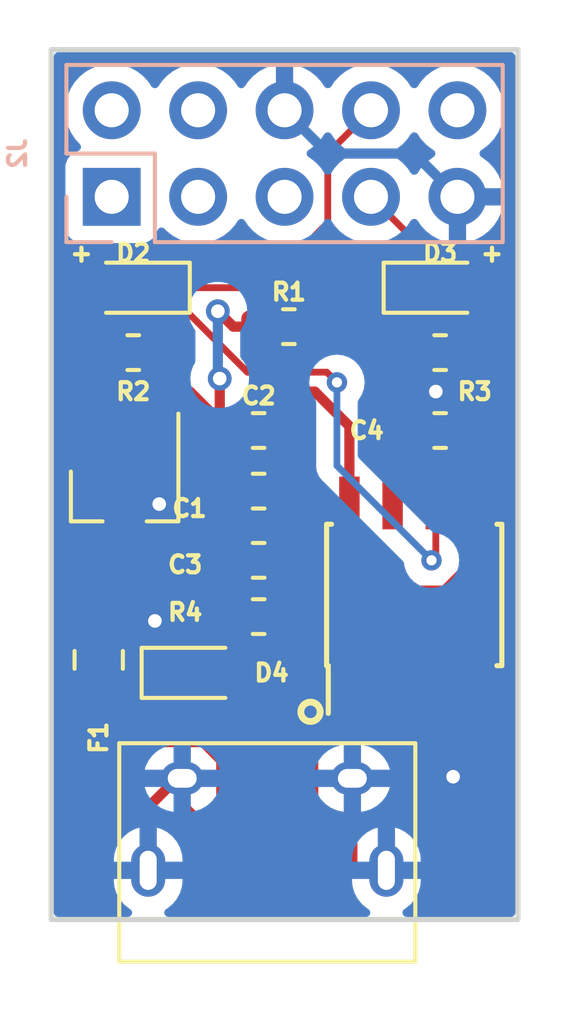
<source format=kicad_pcb>
(kicad_pcb (version 20221018) (generator pcbnew)
  (layers (0 "F.Cu" signal) (31 "B.Cu" signal) (34 "B.Paste" user) (35 "F.Paste" user) (36 "B.SilkS" user "B.Silkscreen") (37 "F.SilkS" user "F.Silkscreen") (38 "B.Mask" user) (39 "F.Mask" user) (44 "Edge.Cuts" user))
  (net 0 "")
  (net 1 "VBUS")
  (net 2 "Net-(F1-Pad2)")
  (net 3 "+3V3")
  (net 4 "Net-(D3-Pad1)")
  (net 5 "Net-(D2-Pad2)")
  (net 6 "Net-(D3-Pad2)")
  (net 7 "Net-(D4-Pad2)")
  (net 8 "GND")
  (net 9 "/D+")
  (net 10 "/D-")
  (net 11 "Net-(U1-Pad4)")
  (net 12 "Net-(D2-Pad1)")
  (net 13 "Net-(J2-Pad1)")
  (net 14 "Net-(J2-Pad2)")
  (net 15 "Net-(J2-Pad3)")
  (net 16 "Net-(J2-Pad4)")
  (net 17 "Net-(J2-Pad5)")
  (net 18 "Net-(J2-Pad10)")
  (footprint "Capacitor_SMD:C_0603_1608Metric_Pad1.05x0.95mm_HandSolder" (layer "F.Cu") (at 126.619 54.356 180)
    (fp_text reference "C3" (at 2.159 -0.127 180) (layer "F.SilkS") (effects (font (size 0.5 0.5) (thickness 0.125))))
    (fp_text value "0.1uF")
    (fp_line (start -0.171267 -0.51) (end 0.171267 -0.51) (stroke (width 0.12)) (layer "F.SilkS"))
    (fp_line (start -0.171267 0.51) (end 0.171267 0.51) (stroke (width 0.12)) (layer "F.SilkS"))
    (pad "1" smd roundrect (at -0.875 0 180) (size 1.05 0.95) (layers "F.Cu" "F.Paste" "F.Mask") (net 3 "+3V3"))
    (pad "2" smd roundrect (at 0.875 0 180) (size 1.05 0.95) (layers "F.Cu" "F.Paste" "F.Mask") (net 8 "GND"))
  )
  (footprint "Resistor_SMD:R_0805_2012Metric_Pad1.15x1.40mm_HandSolder" (layer "F.Cu") (at 121.92 57.277 -90)
    (fp_text reference "F1" (at 2.286 0 270) (layer "F.SilkS") (effects (font (size 0.5 0.5) (thickness 0.125))))
    (fp_text value "1R, 5W")
    (fp_line (start -0.261252 -0.71) (end 0.261252 -0.71) (stroke (width 0.12)) (layer "F.SilkS"))
    (fp_line (start -0.261252 0.71) (end 0.261252 0.71) (stroke (width 0.12)) (layer "F.SilkS"))
    (pad "1" smd roundrect (at -1.025 0 270) (size 1.15 1.4) (layers "F.Cu" "F.Paste" "F.Mask") (roundrect_rratio 0.217391) (net 1 "VBUS"))
    (pad "2" smd roundrect (at 1.025 0 270) (size 1.15 1.4) (layers "F.Cu" "F.Paste" "F.Mask") (roundrect_rratio 0.217391) (net 2 "Net-(F1-Pad2)"))
  )
  (footprint "Resistor_SMD:R_0603_1608Metric_Pad1.05x0.95mm_HandSolder" (layer "F.Cu") (at 127.508 47.498)
    (fp_text reference "R1" (at 0 -1.016) (layer "F.SilkS") (effects (font (size 0.5 0.5) (thickness 0.125))))
    (fp_text value "10kR")
    (fp_line (start -0.171267 -0.51) (end 0.171267 -0.51) (stroke (width 0.12)) (layer "F.SilkS"))
    (fp_line (start -0.171267 0.51) (end 0.171267 0.51) (stroke (width 0.12)) (layer "F.SilkS"))
    (pad "1" smd roundrect (at -0.875 0) (size 1.05 0.95) (layers "F.Cu" "F.Paste" "F.Mask") (net 3 "+3V3"))
    (pad "2" smd roundrect (at 0.875 0) (size 1.05 0.95) (layers "F.Cu" "F.Paste" "F.Mask") (net 4 "Net-(D3-Pad1)"))
  )
  (footprint "Resistor_SMD:R_0603_1608Metric_Pad1.05x0.95mm_HandSolder" (layer "F.Cu") (at 122.936 48.26)
    (fp_text reference "R2" (at 0 1.143) (layer "F.SilkS") (effects (font (size 0.5 0.5) (thickness 0.125))))
    (fp_text value "1.5kR")
    (fp_line (start -0.171267 -0.51) (end 0.171267 -0.51) (stroke (width 0.12)) (layer "F.SilkS"))
    (fp_line (start -0.171267 0.51) (end 0.171267 0.51) (stroke (width 0.12)) (layer "F.SilkS"))
    (pad "1" smd roundrect (at -0.875 0) (size 1.05 0.95) (layers "F.Cu" "F.Paste" "F.Mask") (net 3 "+3V3"))
    (pad "2" smd roundrect (at 0.875 0) (size 1.05 0.95) (layers "F.Cu" "F.Paste" "F.Mask") (net 5 "Net-(D2-Pad2)"))
  )
  (footprint "Resistor_SMD:R_0603_1608Metric_Pad1.05x0.95mm_HandSolder" (layer "F.Cu") (at 131.953 48.26 180)
    (fp_text reference "R3" (at -1.016 -1.143 180) (layer "F.SilkS") (effects (font (size 0.5 0.5) (thickness 0.125))))
    (fp_text value "1.5kR")
    (fp_line (start -0.171267 -0.51) (end 0.171267 -0.51) (stroke (width 0.12)) (layer "F.SilkS"))
    (fp_line (start -0.171267 0.51) (end 0.171267 0.51) (stroke (width 0.12)) (layer "F.SilkS"))
    (pad "1" smd roundrect (at -0.875 0 180) (size 1.05 0.95) (layers "F.Cu" "F.Paste" "F.Mask") (net 3 "+3V3"))
    (pad "2" smd roundrect (at 0.875 0 180) (size 1.05 0.95) (layers "F.Cu" "F.Paste" "F.Mask") (net 6 "Net-(D3-Pad2)"))
  )
  (footprint "Resistor_SMD:R_0603_1608Metric_Pad1.05x0.95mm_HandSolder" (layer "F.Cu") (at 126.619 56.007)
    (fp_text reference "R4" (at -2.159 -0.127) (layer "F.SilkS") (effects (font (size 0.5 0.5) (thickness 0.125))))
    (fp_text value "1.5kR")
    (fp_line (start -0.171267 -0.51) (end 0.171267 -0.51) (stroke (width 0.12)) (layer "F.SilkS"))
    (fp_line (start -0.171267 0.51) (end 0.171267 0.51) (stroke (width 0.12)) (layer "F.SilkS"))
    (pad "1" smd roundrect (at -0.875 0) (size 1.05 0.95) (layers "F.Cu" "F.Paste" "F.Mask") (net 7 "Net-(D4-Pad2)"))
    (pad "2" smd roundrect (at 0.875 0) (size 1.05 0.95) (layers "F.Cu" "F.Paste" "F.Mask") (net 3 "+3V3"))
  )
  (footprint "LED_SMD:LED_0603_1608Metric_Pad1.05x0.95mm_HandSolder" (layer "F.Cu") (at 122.936 46.355 180)
    (fp_text reference "D2" (at 0 1.016 180) (layer "F.SilkS") (effects (font (size 0.5 0.5) (thickness 0.125))))
    (fp_text value "Yellow")
    (fp_line (start -1.66 -0.735) (end -1.66 0.735) (stroke (width 0.12)) (layer "F.SilkS"))
    (fp_line (start -1.66 0.735) (end 0.8 0.735) (stroke (width 0.12)) (layer "F.SilkS"))
    (fp_line (start 0.8 -0.735) (end -1.66 -0.735) (stroke (width 0.12)) (layer "F.SilkS"))
    (pad "1" smd roundrect (at -0.875 0 180) (size 1.05 0.95) (layers "F.Cu" "F.Paste" "F.Mask") (net 12 "Net-(D2-Pad1)"))
    (pad "2" smd roundrect (at 0.875 0 180) (size 1.05 0.95) (layers "F.Cu" "F.Paste" "F.Mask") (net 5 "Net-(D2-Pad2)"))
  )
  (footprint "LED_SMD:LED_0603_1608Metric_Pad1.05x0.95mm_HandSolder" (layer "F.Cu") (at 131.953 46.355)
    (fp_text reference "D3" (at 0 -1.016) (layer "F.SilkS") (effects (font (size 0.5 0.5) (thickness 0.125))))
    (fp_text value "Yellow")
    (fp_line (start -1.66 -0.735) (end -1.66 0.735) (stroke (width 0.12)) (layer "F.SilkS"))
    (fp_line (start -1.66 0.735) (end 0.8 0.735) (stroke (width 0.12)) (layer "F.SilkS"))
    (fp_line (start 0.8 -0.735) (end -1.66 -0.735) (stroke (width 0.12)) (layer "F.SilkS"))
    (pad "1" smd roundrect (at -0.875 0) (size 1.05 0.95) (layers "F.Cu" "F.Paste" "F.Mask") (net 4 "Net-(D3-Pad1)"))
    (pad "2" smd roundrect (at 0.875 0) (size 1.05 0.95) (layers "F.Cu" "F.Paste" "F.Mask") (net 6 "Net-(D3-Pad2)"))
  )
  (footprint "LED_SMD:LED_0603_1608Metric_Pad1.05x0.95mm_HandSolder" (layer "F.Cu") (at 124.841 57.658)
    (fp_text reference "D4" (at 2.159 0) (layer "F.SilkS") (effects (font (size 0.5 0.5) (thickness 0.125))))
    (fp_text value "Red")
    (fp_line (start -1.66 -0.735) (end -1.66 0.735) (stroke (width 0.12)) (layer "F.SilkS"))
    (fp_line (start -1.66 0.735) (end 0.8 0.735) (stroke (width 0.12)) (layer "F.SilkS"))
    (fp_line (start 0.8 -0.735) (end -1.66 -0.735) (stroke (width 0.12)) (layer "F.SilkS"))
    (pad "1" smd roundrect (at -0.875 0) (size 1.05 0.95) (layers "F.Cu" "F.Paste" "F.Mask") (net 8 "GND"))
    (pad "2" smd roundrect (at 0.875 0) (size 1.05 0.95) (layers "F.Cu" "F.Paste" "F.Mask") (net 7 "Net-(D4-Pad2)"))
  )
  (footprint "Icenowy_Connectors:USB_Micro-B_Connector" (layer "F.Cu") (at 126.873 62.103)
    (fp_text reference "J1" hide)
    (fp_text value "USB_B_Micro")
    (fp_line (start -4.35 -2.38) (end 4.35 -2.38) (stroke (width 0.12)) (layer "F.SilkS"))
    (fp_line (start -4.35 4.03) (end -4.35 -2.38) (stroke (width 0.12)) (layer "F.SilkS"))
    (fp_line (start -4.35 4.03) (end 4.35 4.03) (stroke (width 0.12)) (layer "F.SilkS"))
    (fp_line (start 4.35 -2.38) (end 4.35 4.03) (stroke (width 0.12)) (layer "F.SilkS"))
    (fp_line (start 4.35 2.8) (end -4.35 2.8) (stroke (width 0.12)) (layer "F.SilkS"))
    (pad "1" smd rect (at -1.3 -1.35 90) (size 1.35 0.4) (layers "F.Cu" "F.Paste" "F.Mask") (net 2 "Net-(F1-Pad2)"))
    (pad "2" smd rect (at -0.65 -1.35 90) (size 1.35 0.4) (layers "F.Cu" "F.Paste" "F.Mask") (net 10 "/D-"))
    (pad "3" smd rect (at 0 -1.35 90) (size 1.35 0.4) (layers "F.Cu" "F.Paste" "F.Mask") (net 9 "/D+"))
    (pad "4" smd rect (at 0.65 -1.35 90) (size 1.35 0.4) (layers "F.Cu" "F.Paste" "F.Mask") (net 8 "GND"))
    (pad "5" smd rect (at 1.3 -1.35 90) (size 1.35 0.4) (layers "F.Cu" "F.Paste" "F.Mask") (net 8 "GND"))
    (pad "6" thru_hole oval (at -3.5 1.35 90) (size 1.55 1) (drill oval 1.15 0.5) (layers "*.Cu" "*.Mask") (net 8 "GND"))
    (pad "6" thru_hole oval (at -2.5 -1.35 90) (size 0.95 1.25) (drill oval 0.55 0.85) (layers "*.Cu" "*.Mask") (net 8 "GND"))
    (pad "6" thru_hole oval (at 2.5 -1.35 90) (size 0.95 1.25) (drill oval 0.55 0.85) (layers "*.Cu" "*.Mask") (net 8 "GND"))
    (pad "6" thru_hole oval (at 3.5 1.35 90) (size 1.55 1) (drill oval 1.15 0.5) (layers "*.Cu" "*.Mask") (net 8 "GND"))
  )
  (footprint "Capacitor_SMD:C_0603_1608Metric_Pad1.05x0.95mm_HandSolder" (layer "F.Cu") (at 126.619 50.546)
    (fp_text reference "C2" (at 0 -1.016) (layer "F.SilkS") (effects (font (size 0.5 0.5) (thickness 0.125))))
    (fp_text value "1uF")
    (fp_line (start -0.171267 -0.51) (end 0.171267 -0.51) (stroke (width 0.12)) (layer "F.SilkS"))
    (fp_line (start -0.171267 0.51) (end 0.171267 0.51) (stroke (width 0.12)) (layer "F.SilkS"))
    (pad "1" smd roundrect (at -0.875 0) (size 1.05 0.95) (layers "F.Cu" "F.Paste" "F.Mask") (net 3 "+3V3"))
    (pad "2" smd roundrect (at 0.875 0) (size 1.05 0.95) (layers "F.Cu" "F.Paste" "F.Mask") (net 8 "GND"))
  )
  (footprint "Capacitor_SMD:C_0603_1608Metric_Pad1.05x0.95mm_HandSolder" (layer "F.Cu") (at 131.953 50.546 180)
    (fp_text reference "C4" (at 2.159 0 180) (layer "F.SilkS") (effects (font (size 0.5 0.5) (thickness 0.125))))
    (fp_text value "0.1uF")
    (fp_line (start -0.171267 -0.51) (end 0.171267 -0.51) (stroke (width 0.12)) (layer "F.SilkS"))
    (fp_line (start -0.171267 0.51) (end 0.171267 0.51) (stroke (width 0.12)) (layer "F.SilkS"))
    (pad "1" smd roundrect (at -0.875 0 180) (size 1.05 0.95) (layers "F.Cu" "F.Paste" "F.Mask") (net 3 "+3V3"))
    (pad "2" smd roundrect (at 0.875 0 180) (size 1.05 0.95) (layers "F.Cu" "F.Paste" "F.Mask") (net 8 "GND"))
  )
  (footprint "Package_TO_SOT_SMD:SOT-23_Handsoldering" (layer "F.Cu") (at 122.682 52.451 -90)
    (fp_text reference "U2" hide)
    (fp_text value "XC6206P33")
    (fp_line (start 0.76 -1.58) (end -2.4 -1.58) (stroke (width 0.12)) (layer "F.SilkS"))
    (fp_line (start 0.76 -1.58) (end 0.76 -0.65) (stroke (width 0.12)) (layer "F.SilkS"))
    (fp_line (start 0.76 1.58) (end -0.7 1.58) (stroke (width 0.12)) (layer "F.SilkS"))
    (fp_line (start 0.76 1.58) (end 0.76 0.65) (stroke (width 0.12)) (layer "F.SilkS"))
    (pad "1" smd rect (at -1.5 -0.95 270) (size 1.9 0.8) (layers "F.Cu" "F.Paste" "F.Mask") (net 8 "GND"))
    (pad "2" smd rect (at -1.5 0.95 270) (size 1.9 0.8) (layers "F.Cu" "F.Paste" "F.Mask") (net 3 "+3V3"))
    (pad "3" smd rect (at 1.5 0 270) (size 1.9 0.8) (layers "F.Cu" "F.Paste" "F.Mask") (net 1 "VBUS"))
  )
  (footprint "Package_SO:SOIC-8_3.9x4.9mm_P1.27mm" (layer "F.Cu") (at 131.191 55.372 90)
    (fp_text reference "U1" hide)
    (fp_text value "CH330N")
    (fp_line (start -2.075 -2.575) (end -2.075 -2.525) (stroke (width 0.15)) (layer "F.SilkS"))
    (fp_line (start -2.075 -2.575) (end 2.075 -2.575) (stroke (width 0.15)) (layer "F.SilkS"))
    (fp_line (start -2.075 -2.525) (end -3.475 -2.525) (stroke (width 0.15)) (layer "F.SilkS"))
    (fp_line (start -2.075 2.575) (end -2.075 2.43) (stroke (width 0.15)) (layer "F.SilkS"))
    (fp_line (start -2.075 2.575) (end 2.075 2.575) (stroke (width 0.15)) (layer "F.SilkS"))
    (fp_line (start 2.075 -2.575) (end 2.075 -2.43) (stroke (width 0.15)) (layer "F.SilkS"))
    (fp_line (start 2.075 2.575) (end 2.075 2.43) (stroke (width 0.15)) (layer "F.SilkS"))
    (pad "1" smd rect (at -2.7 -1.905 90) (size 1.55 0.6) (layers "F.Cu" "F.Paste" "F.Mask") (net 9 "/D+"))
    (pad "2" smd rect (at -2.7 -0.635 90) (size 1.55 0.6) (layers "F.Cu" "F.Paste" "F.Mask") (net 10 "/D-"))
    (pad "3" smd rect (at -2.7 0.635 90) (size 1.55 0.6) (layers "F.Cu" "F.Paste" "F.Mask") (net 8 "GND"))
    (pad "4" smd rect (at -2.7 1.905 90) (size 1.55 0.6) (layers "F.Cu" "F.Paste" "F.Mask") (net 11 "Net-(U1-Pad4)"))
    (pad "5" smd rect (at 2.7 1.905 90) (size 1.55 0.6) (layers "F.Cu" "F.Paste" "F.Mask") (net 3 "+3V3"))
    (pad "6" smd rect (at 2.7 0.635 90) (size 1.55 0.6) (layers "F.Cu" "F.Paste" "F.Mask") (net 12 "Net-(D2-Pad1)"))
    (pad "7" smd rect (at 2.7 -0.635 90) (size 1.55 0.6) (layers "F.Cu" "F.Paste" "F.Mask") (net 4 "Net-(D3-Pad1)"))
    (pad "8" smd rect (at 2.7 -1.905 90) (size 1.55 0.6) (layers "F.Cu" "F.Paste" "F.Mask") (net 3 "+3V3"))
  )
  (footprint "Capacitor_SMD:C_0603_1608Metric_Pad1.05x0.95mm_HandSolder" (layer "F.Cu") (at 126.619 52.324)
    (fp_text reference "C1" (at -2.032 0.508) (layer "F.SilkS") (effects (font (size 0.5 0.5) (thickness 0.125))))
    (fp_text value "1uF")
    (fp_line (start -0.171267 -0.51) (end 0.171267 -0.51) (stroke (width 0.12)) (layer "F.SilkS"))
    (fp_line (start -0.171267 0.51) (end 0.171267 0.51) (stroke (width 0.12)) (layer "F.SilkS"))
    (pad "1" smd roundrect (at -0.875 0) (size 1.05 0.95) (layers "F.Cu" "F.Paste" "F.Mask") (net 8 "GND"))
    (pad "2" smd roundrect (at 0.875 0) (size 1.05 0.95) (layers "F.Cu" "F.Paste" "F.Mask") (net 1 "VBUS"))
  )
  (footprint "Connector_PinSocket_2.54mm:PinSocket_2x05_P2.54mm_Vertical" (layer "B.Cu") (at 122.301 43.688 -90)
    (fp_text reference "J2" (at -1.27 2.77 270) (layer "B.SilkS") (effects (font (size 0.5 0.5) (thickness 0.125)) (justify mirror)))
    (fp_text value "Pine64_EXP")
    (fp_line (start -3.87 -11.49) (end 1.33 -11.49) (stroke (width 0.12)) (layer "B.SilkS"))
    (fp_line (start -3.87 1.33) (end -3.87 -11.49) (stroke (width 0.12)) (layer "B.SilkS"))
    (fp_line (start -3.87 1.33) (end -1.27 1.33) (stroke (width 0.12)) (layer "B.SilkS"))
    (fp_line (start -1.27 -1.27) (end 1.33 -1.27) (stroke (width 0.12)) (layer "B.SilkS"))
    (fp_line (start -1.27 1.33) (end -1.27 -1.27) (stroke (width 0.12)) (layer "B.SilkS"))
    (fp_line (start 0 1.33) (end 1.33 1.33) (stroke (width 0.12)) (layer "B.SilkS"))
    (fp_line (start 1.33 -1.27) (end 1.33 -11.49) (stroke (width 0.12)) (layer "B.SilkS"))
    (fp_line (start 1.33 1.33) (end 1.33 0) (stroke (width 0.12)) (layer "B.SilkS"))
    (pad "1" thru_hole rect (at 0 0 270) (size 1.7 1.7) (drill 1) (layers "*.Cu" "*.Mask") (net 13 "Net-(J2-Pad1)"))
    (pad "2" thru_hole oval (at -2.54 0 270) (size 1.7 1.7) (drill 1) (layers "*.Cu" "*.Mask") (net 14 "Net-(J2-Pad2)"))
    (pad "3" thru_hole oval (at 0 -2.54 270) (size 1.7 1.7) (drill 1) (layers "*.Cu" "*.Mask") (net 15 "Net-(J2-Pad3)"))
    (pad "4" thru_hole oval (at -2.54 -2.54 270) (size 1.7 1.7) (drill 1) (layers "*.Cu" "*.Mask") (net 16 "Net-(J2-Pad4)"))
    (pad "5" thru_hole oval (at 0 -5.08 270) (size 1.7 1.7) (drill 1) (layers "*.Cu" "*.Mask") (net 17 "Net-(J2-Pad5)"))
    (pad "6" thru_hole oval (at -2.54 -5.08 270) (size 1.7 1.7) (drill 1) (layers "*.Cu" "*.Mask") (net 8 "GND"))
    (pad "7" thru_hole oval (at 0 -7.62 270) (size 1.7 1.7) (drill 1) (layers "*.Cu" "*.Mask") (net 4 "Net-(D3-Pad1)"))
    (pad "8" thru_hole oval (at -2.54 -7.62 270) (size 1.7 1.7) (drill 1) (layers "*.Cu" "*.Mask") (net 12 "Net-(D2-Pad1)"))
    (pad "9" thru_hole oval (at 0 -10.16 270) (size 1.7 1.7) (drill 1) (layers "*.Cu" "*.Mask") (net 8 "GND"))
    (pad "10" thru_hole oval (at -2.54 -10.16 270) (size 1.7 1.7) (drill 1) (layers "*.Cu" "*.Mask") (net 18 "Net-(J2-Pad10)"))
  )
  (gr_circle (center 128.143 58.801) (end 128.27 59.055) (stroke (width 0.2)) (fill none) (layer "F.SilkS"))
  (gr_line (start 120.523 39.37) (end 134.239 39.37) (stroke (width 0.15)) (layer "Edge.Cuts"))
  (gr_line (start 134.239 39.37) (end 134.239 64.897) (stroke (width 0.15)) (layer "Edge.Cuts"))
  (gr_line (start 134.239 64.897) (end 120.523 64.897) (stroke (width 0.15)) (layer "Edge.Cuts"))
  (gr_line (start 120.523 64.897) (end 120.523 39.37) (stroke (width 0.15)) (layer "Edge.Cuts"))
  (gr_text "+" (at 133.477 45.339) (layer "F.SilkS") (effects (font (size 0.5 0.5) (thickness 0.125))))
  (gr_text "+" (at 121.412 45.339) (layer "F.SilkS") (effects (font (size 0.5 0.5) (thickness 0.125))))
  (segment (start 123.993 53.34) (end 126.478 53.34) (width 0.3) (layer "F.Cu") (net 1))
  (segment (start 126.478 53.34) (end 126.994928 52.823072) (width 0.3) (layer "F.Cu") (net 1))
  (segment (start 126.994928 52.823072) (end 127.494 52.324) (width 0.3) (layer "F.Cu") (net 1))
  (segment (start 121.92 56.252) (end 121.92 54.013) (width 0.3) (layer "F.Cu") (net 1))
  (segment (start 122.682 53.951) (end 123.382 53.951) (width 0.3) (layer "F.Cu") (net 1))
  (segment (start 121.982 53.951) (end 122.682 53.951) (width 0.3) (layer "F.Cu") (net 1))
  (segment (start 121.92 54.013) (end 121.982 53.951) (width 0.3) (layer "F.Cu") (net 1))
  (segment (start 123.382 53.951) (end 123.993 53.34) (width 0.3) (layer "F.Cu") (net 1))
  (segment (start 124.985 59.69) (end 122.809 59.69) (width 0.3) (layer "F.Cu") (net 2))
  (segment (start 121.92 58.801) (end 121.92 58.302) (width 0.3) (layer "F.Cu") (net 2))
  (segment (start 125.573 60.278) (end 124.985 59.69) (width 0.3) (layer "F.Cu") (net 2))
  (segment (start 122.809 59.69) (end 121.92 58.801) (width 0.3) (layer "F.Cu") (net 2))
  (segment (start 125.573 60.753) (end 125.573 60.278) (width 0.3) (layer "F.Cu") (net 2))
  (segment (start 126.887 49.403) (end 128.27 49.403) (width 0.3) (layer "F.Cu") (net 3))
  (segment (start 129.286 51.597) (end 129.286 52.672) (width 0.3) (layer "F.Cu") (net 3))
  (segment (start 129.286 54.229) (end 130.302 55.245) (width 0.3) (layer "F.Cu") (net 3))
  (segment (start 124.601 49.403) (end 125.244928 50.046928) (width 0.3) (layer "F.Cu") (net 3))
  (segment (start 121.732 49.701) (end 122.03 49.403) (width 0.3) (layer "F.Cu") (net 3))
  (segment (start 121.732 50.951) (end 121.732 49.701) (width 0.3) (layer "F.Cu") (net 3))
  (segment (start 122.061 49.372) (end 122.061 48.26) (width 0.3) (layer "F.Cu") (net 3))
  (segment (start 132.08 55.245) (end 133.096 54.229) (width 0.3) (layer "F.Cu") (net 3))
  (segment (start 125.476 49.022) (end 125.476 50.278) (width 0.3) (layer "F.Cu") (net 3))
  (segment (start 129.286 52.672) (end 129.286 53.721) (width 0.3) (layer "F.Cu") (net 3))
  (segment (start 125.87324 47.498) (end 125.42062 47.04538) (width 0.3) (layer "F.Cu") (net 3))
  (segment (start 127.494 54.356) (end 128.651 54.356) (width 0.3) (layer "F.Cu") (net 3))
  (segment (start 128.27 49.403) (end 129.286 50.419) (width 0.3) (layer "F.Cu") (net 3))
  (segment (start 127.494 54.356) (end 127.494 56.007) (width 0.3) (layer "F.Cu") (net 3))
  (segment (start 133.096 50.814) (end 132.828 50.546) (width 0.3) (layer "F.Cu") (net 3))
  (segment (start 132.715 50.659) (end 132.828 50.546) (width 0.3) (layer "F.Cu") (net 3))
  (segment (start 122.03 49.403) (end 122.061 49.372) (width 0.3) (layer "F.Cu") (net 3))
  (segment (start 126.633 47.498) (end 125.87324 47.498) (width 0.3) (layer "F.Cu") (net 3))
  (segment (start 130.302 55.245) (end 132.08 55.245) (width 0.3) (layer "F.Cu") (net 3))
  (segment (start 133.096 54.229) (end 133.096 52.672) (width 0.3) (layer "F.Cu") (net 3))
  (segment (start 125.244928 50.046928) (end 125.744 50.546) (width 0.3) (layer "F.Cu") (net 3))
  (segment (start 133.096 52.672) (end 133.096 50.814) (width 0.3) (layer "F.Cu") (net 3))
  (segment (start 125.476 50.278) (end 125.744 50.546) (width 0.3) (layer "F.Cu") (net 3))
  (segment (start 122.03 49.403) (end 124.601 49.403) (width 0.3) (layer "F.Cu") (net 3))
  (segment (start 129.286 50.419) (end 129.286 51.597) (width 0.3) (layer "F.Cu") (net 3))
  (segment (start 132.828 50.546) (end 132.828 48.26) (width 0.3) (layer "F.Cu") (net 3))
  (segment (start 128.651 54.356) (end 129.286 53.721) (width 0.3) (layer "F.Cu") (net 3))
  (segment (start 125.744 50.546) (end 126.887 49.403) (width 0.3) (layer "F.Cu") (net 3))
  (segment (start 129.286 53.721) (end 129.286 54.229) (width 0.3) (layer "F.Cu") (net 3))
  (via (at 125.42062 47.04538) (size 0.7) (drill 0.4) (layers "F.Cu" "B.Cu") (net 3))
  (via (at 125.476 49.022) (size 0.7) (drill 0.4) (layers "F.Cu" "B.Cu") (net 3))
  (segment (start 125.42062 47.04538) (end 125.42062 48.96662) (width 0.3) (layer "B.Cu") (net 3))
  (segment (start 125.42062 48.96662) (end 125.476 49.022) (width 0.3) (layer "B.Cu") (net 3))
  (segment (start 128.383 47.498) (end 129.935 47.498) (width 0.2) (layer "F.Cu") (net 4))
  (segment (start 130.556 51.816) (end 129.921 51.181) (width 0.2) (layer "F.Cu") (net 4))
  (segment (start 130.556 52.672) (end 130.556 51.816) (width 0.2) (layer "F.Cu") (net 4))
  (segment (start 131.078 44.845) (end 129.921 43.688) (width 0.2) (layer "F.Cu") (net 4))
  (segment (start 129.921 47.512) (end 130.578928 46.854072) (width 0.2) (layer "F.Cu") (net 4))
  (segment (start 129.935 47.498) (end 131.078 46.355) (width 0.2) (layer "F.Cu") (net 4))
  (segment (start 129.921 51.181) (end 129.921 47.512) (width 0.2) (layer "F.Cu") (net 4))
  (segment (start 131.078 46.355) (end 131.078 44.845) (width 0.2) (layer "F.Cu") (net 4))
  (segment (start 130.578928 46.854072) (end 131.078 46.355) (width 0.2) (layer "F.Cu") (net 4))
  (segment (start 123.811 48.26) (end 122.061 46.51) (width 0.2) (layer "F.Cu") (net 5))
  (segment (start 122.061 46.51) (end 122.061 46.355) (width 0.2) (layer "F.Cu") (net 5))
  (segment (start 131.078 48.26) (end 132.828 46.51) (width 0.2) (layer "F.Cu") (net 6))
  (segment (start 132.828 46.51) (end 132.828 46.355) (width 0.2) (layer "F.Cu") (net 6))
  (segment (start 125.716 56.035) (end 125.744 56.007) (width 0.2) (layer "F.Cu") (net 7))
  (segment (start 125.716 57.658) (end 125.716 56.035) (width 0.2) (layer "F.Cu") (net 7))
  (segment (start 124.371 50.951) (end 125.744 52.324) (width 0.3) (layer "F.Cu") (net 8))
  (segment (start 131.078 50.546) (end 131.078 50.151) (width 0.3) (layer "F.Cu") (net 8))
  (segment (start 131.078 50.151) (end 131.826 49.403) (width 0.3) (layer "F.Cu") (net 8))
  (segment (start 128.173 60.753) (end 128.173 59.778) (width 0.3) (layer "F.Cu") (net 8))
  (segment (start 129.373 60.753) (end 129.373 63.253) (width 0.3) (layer "F.Cu") (net 8))
  (segment (start 131.826 59.055) (end 131.826 58.072) (width 0.3) (layer "F.Cu") (net 8))
  (segment (start 125.744 52.324) (end 125.744 52.296) (width 0.3) (layer "F.Cu") (net 8))
  (segment (start 123.966 57.658) (end 124.46 57.164) (width 0.3) (layer "F.Cu") (net 8))
  (segment (start 123.632 50.951) (end 123.632 52.639) (width 0.3) (layer "F.Cu") (net 8))
  (segment (start 128.905 62.23) (end 129.373 61.762) (width 0.3) (layer "F.Cu") (net 8))
  (segment (start 127.523 60.753) (end 128.173 60.753) (width 0.3) (layer "F.Cu") (net 8))
  (segment (start 123.632 52.639) (end 123.698 52.705) (width 0.3) (layer "F.Cu") (net 8))
  (segment (start 129.573 63.453) (end 130.373 63.453) (width 0.3) (layer "F.Cu") (net 8))
  (segment (start 128.173 60.753) (end 129.373 60.753) (width 0.3) (layer "F.Cu") (net 8))
  (segment (start 124.373 60.753) (end 124.373 61.528) (width 0.3) (layer "F.Cu") (net 8))
  (segment (start 128.388 59.563) (end 131.318 59.563) (width 0.3) (layer "F.Cu") (net 8))
  (segment (start 124.46 55.118) (end 124.46 55.245) (width 0.3) (layer "F.Cu") (net 8))
  (segment (start 124.223 60.753) (end 124.373 60.753) (width 0.3) (layer "F.Cu") (net 8))
  (segment (start 123.632 50.951) (end 124.371 50.951) (width 0.3) (layer "F.Cu") (net 8))
  (segment (start 124.373 61.528) (end 125.075 62.23) (width 0.3) (layer "F.Cu") (net 8))
  (segment (start 131.826 60.198) (end 132.334 60.706) (width 0.3) (layer "F.Cu") (net 8))
  (segment (start 125.075 62.23) (end 128.905 62.23) (width 0.3) (layer "F.Cu") (net 8))
  (segment (start 129.373 61.762) (end 129.373 60.753) (width 0.3) (layer "F.Cu") (net 8))
  (segment (start 125.222 54.356) (end 125.744 54.356) (width 0.3) (layer "F.Cu") (net 8))
  (segment (start 123.373 63.453) (end 123.373 61.603) (width 0.3) (layer "F.Cu") (net 8))
  (segment (start 129.373 63.253) (end 129.573 63.453) (width 0.3) (layer "F.Cu") (net 8))
  (segment (start 131.826 58.072) (end 131.826 60.198) (width 0.3) (layer "F.Cu") (net 8))
  (segment (start 125.744 52.296) (end 127.494 50.546) (width 0.3) (layer "F.Cu") (net 8))
  (segment (start 123.373 61.603) (end 124.223 60.753) (width 0.3) (layer "F.Cu") (net 8))
  (segment (start 124.46 55.118) (end 125.222 54.356) (width 0.3) (layer "F.Cu") (net 8))
  (segment (start 128.173 59.778) (end 128.388 59.563) (width 0.3) (layer "F.Cu") (net 8))
  (segment (start 124.46 55.245) (end 123.571 56.134) (width 0.3) (layer "F.Cu") (net 8))
  (segment (start 131.318 59.563) (end 131.826 59.055) (width 0.3) (layer "F.Cu") (net 8))
  (segment (start 124.46 57.164) (end 124.46 55.118) (width 0.3) (layer "F.Cu") (net 8))
  (via (at 132.334 60.706) (size 0.7) (drill 0.4) (layers "F.Cu" "B.Cu") (net 8))
  (via (at 131.826 49.403) (size 0.7) (drill 0.4) (layers "F.Cu" "B.Cu") (net 8))
  (via (at 123.571 56.134) (size 0.7) (drill 0.4) (layers "F.Cu" "B.Cu") (net 8))
  (via (at 123.698 52.705) (size 0.7) (drill 0.4) (layers "F.Cu" "B.Cu") (net 8))
  (segment (start 132.461 43.688) (end 131.191 42.418) (width 0.3) (layer "B.Cu") (net 8))
  (segment (start 128.230999 41.997999) (end 127.381 41.148) (width 0.3) (layer "B.Cu") (net 8))
  (segment (start 131.191 42.418) (end 128.651 42.418) (width 0.3) (layer "B.Cu") (net 8))
  (segment (start 128.651 42.418) (end 128.230999 41.997999) (width 0.3) (layer "B.Cu") (net 8))
  (segment (start 126.873 59.878) (end 128.679 58.072) (width 0.2) (layer "F.Cu") (net 9))
  (segment (start 128.786 58.072) (end 129.286 58.072) (width 0.2) (layer "F.Cu") (net 9))
  (segment (start 128.679 58.072) (end 128.786 58.072) (width 0.2) (layer "F.Cu") (net 9))
  (segment (start 126.873 60.753) (end 126.873 59.878) (width 0.2) (layer "F.Cu") (net 9))
  (segment (start 126.223 60.753) (end 126.223 59.197) (width 0.2) (layer "F.Cu") (net 10))
  (segment (start 126.223 59.197) (end 128.778 56.642) (width 0.2) (layer "F.Cu") (net 10))
  (segment (start 128.778 56.642) (end 130.175 56.642) (width 0.2) (layer "F.Cu") (net 10))
  (segment (start 130.556 57.023) (end 130.556 58.072) (width 0.2) (layer "F.Cu") (net 10))
  (segment (start 130.175 56.642) (end 130.556 57.023) (width 0.2) (layer "F.Cu") (net 10))
  (segment (start 124.310072 46.854072) (end 123.811 46.355) (width 0.2) (layer "F.Cu") (net 12))
  (segment (start 131.826 52.672) (end 131.826 54.229) (width 0.2) (layer "F.Cu") (net 12))
  (segment (start 128.651 42.418) (end 129.071001 41.997999) (width 0.2) (layer "F.Cu") (net 12))
  (segment (start 126.746 46.355) (end 128.651 44.45) (width 0.2) (layer "F.Cu") (net 12))
  (segment (start 123.811 46.355) (end 126.746 46.355) (width 0.2) (layer "F.Cu") (net 12))
  (segment (start 128.651 44.45) (end 128.651 42.418) (width 0.2) (layer "F.Cu") (net 12))
  (segment (start 129.071001 41.997999) (end 129.921 41.148) (width 0.2) (layer "F.Cu") (net 12))
  (segment (start 131.826 54.229) (end 131.699 54.356) (width 0.2) (layer "F.Cu") (net 12))
  (segment (start 128.620121 48.833881) (end 126.289881 48.833881) (width 0.2) (layer "F.Cu") (net 12))
  (segment (start 128.92012 49.13388) (end 128.620121 48.833881) (width 0.2) (layer "F.Cu") (net 12))
  (segment (start 126.289881 48.833881) (end 124.310072 46.854072) (width 0.2) (layer "F.Cu") (net 12))
  (via (at 131.699 54.356) (size 0.6) (drill 0.3) (layers "F.Cu" "B.Cu") (net 12))
  (via (at 128.92012 49.13388) (size 0.6) (drill 0.3) (layers "F.Cu" "B.Cu") (net 12))
  (segment (start 131.699 54.356) (end 128.92012 51.57712) (width 0.2) (layer "B.Cu") (net 12))
  (segment (start 128.92012 51.57712) (end 128.92012 49.13388) (width 0.2) (layer "B.Cu") (net 12))
  (zone (net 8) (net_name "GND") (layer "B.Cu") (connect_pads (clearance 0.508)) (min_thickness 0.254) (fill yes (thermal_gap 0.508) (thermal_bridge_width 0.508))
    (polygon (pts (xy 120.523 39.37) (xy 134.239 39.37) (xy 134.239 64.897) (xy 120.523 64.897)))
  )
)
</source>
